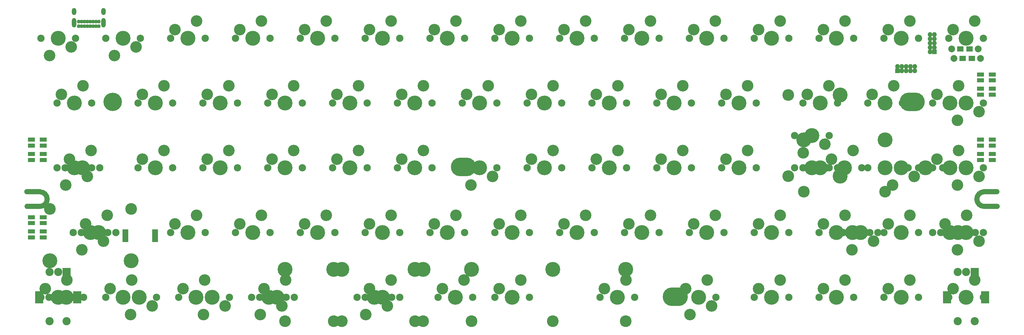
<source format=gts>
G04 #@! TF.GenerationSoftware,KiCad,Pcbnew,(5.1.6-0-10_14)*
G04 #@! TF.CreationDate,2020-09-14T20:19:33+09:00*
G04 #@! TF.ProjectId,Jones,4a6f6e65-732e-46b6-9963-61645f706362,v.0.2*
G04 #@! TF.SameCoordinates,Original*
G04 #@! TF.FileFunction,Soldermask,Top*
G04 #@! TF.FilePolarity,Negative*
%FSLAX46Y46*%
G04 Gerber Fmt 4.6, Leading zero omitted, Abs format (unit mm)*
G04 Created by KiCad (PCBNEW (5.1.6-0-10_14)) date 2020-09-14 20:19:33*
%MOMM*%
%LPD*%
G01*
G04 APERTURE LIST*
%ADD10C,1.500000*%
%ADD11C,3.400000*%
%ADD12C,4.387800*%
%ADD13C,2.150000*%
%ADD14C,1.400000*%
%ADD15C,5.400000*%
%ADD16O,7.400240X5.400000*%
%ADD17R,2.400000X2.400000*%
%ADD18C,2.400000*%
%ADD19R,2.400000X3.600000*%
%ADD20R,1.700000X3.800000*%
%ADD21C,1.100000*%
%ADD22O,1.300000X2.800000*%
%ADD23O,1.300000X2.100000*%
%ADD24C,3.448000*%
%ADD25R,1.400000X1.400000*%
%ADD26O,1.400000X1.400000*%
%ADD27R,1.900000X1.600000*%
%ADD28C,2.000000*%
%ADD29R,2.000000X1.250000*%
G04 APERTURE END LIST*
D10*
X22600000Y-76900000D02*
X26400000Y-76900000D01*
X22650000Y-81200000D02*
X26450000Y-81200000D01*
X307600000Y-81200000D02*
X303800000Y-81200000D01*
X307550000Y-76900000D02*
X303750000Y-76900000D01*
X301650000Y-79050000D02*
G75*
G03*
X303800000Y-81200000I2150000J0D01*
G01*
X301650000Y-79050000D02*
G75*
G02*
X303800000Y-76900000I2150000J0D01*
G01*
X28550000Y-79050000D02*
G75*
G02*
X26400000Y-81200000I-2150000J0D01*
G01*
X28550000Y-79050000D02*
G75*
G03*
X26400000Y-76900000I-2150000J0D01*
G01*
D11*
X120040000Y-64795200D03*
D12*
X117500000Y-69875200D03*
D11*
X113690000Y-67335200D03*
D13*
X112420000Y-69875200D03*
X122580000Y-69875200D03*
D14*
X305842035Y-76850000D03*
X305850000Y-81200000D03*
X302250000Y-80550000D03*
X303800000Y-76850000D03*
X303800000Y-81200000D03*
X301650000Y-79050000D03*
X302250000Y-77550000D03*
X27950000Y-80550000D03*
D15*
X47800000Y-50450000D03*
D16*
X150800000Y-69550000D03*
X213100000Y-107750000D03*
X282650000Y-50450000D03*
D14*
X47800000Y-48550000D03*
X45900000Y-50450000D03*
X49700000Y-50450000D03*
X47800000Y-52350000D03*
X46450000Y-49100000D03*
X49050000Y-49100000D03*
X46450000Y-51750000D03*
X49050000Y-51800000D03*
X282650000Y-48600000D03*
X282650000Y-52300000D03*
X283850000Y-52300000D03*
X281450000Y-52300000D03*
X281450000Y-48600000D03*
X283850000Y-48583000D03*
X213150000Y-105900000D03*
X213100000Y-109600000D03*
X214350000Y-105900000D03*
X211950000Y-105900000D03*
X211900000Y-109600000D03*
X214300000Y-109600000D03*
X150800000Y-67700000D03*
X152000000Y-67700000D03*
X149600000Y-67700000D03*
X150800000Y-71450000D03*
X149600000Y-71450000D03*
X152000000Y-71450000D03*
X28550000Y-79050000D03*
X26400000Y-76900000D03*
X26400000Y-81250000D03*
X27950000Y-77550000D03*
X24350000Y-76900000D03*
X24357965Y-81250000D03*
D13*
X65430000Y-50825120D03*
X55270000Y-50825120D03*
D11*
X56540000Y-48285120D03*
D12*
X60350000Y-50825120D03*
D11*
X62890000Y-45745120D03*
X62890000Y-64795200D03*
D12*
X60350000Y-69875200D03*
D11*
X56540000Y-67335200D03*
D13*
X55270000Y-69875200D03*
X65430000Y-69875200D03*
X179730640Y-69875200D03*
X169570640Y-69875200D03*
D11*
X170840640Y-67335200D03*
D12*
X174650640Y-69875200D03*
D11*
X177190640Y-64795200D03*
X39077500Y-45745120D03*
D12*
X36537500Y-50825120D03*
D11*
X32727500Y-48285120D03*
D13*
X31457500Y-50825120D03*
X41617500Y-50825120D03*
D17*
X300993580Y-100465550D03*
D18*
X298493580Y-100465550D03*
X295993580Y-100465550D03*
D19*
X304093580Y-107965550D03*
X292893580Y-107965550D03*
D18*
X300993580Y-114965550D03*
X295993580Y-114965550D03*
D13*
X45745000Y-31775040D03*
X55905000Y-31775040D03*
D11*
X54635000Y-34315040D03*
D12*
X50825000Y-31775040D03*
D11*
X48285000Y-36855040D03*
X29235000Y-36855040D03*
D12*
X31775000Y-31775040D03*
D11*
X35585000Y-34315040D03*
D13*
X36855000Y-31775040D03*
X26695000Y-31775040D03*
D11*
X72415000Y-83845280D03*
D12*
X69875000Y-88925280D03*
D11*
X66065000Y-86385280D03*
D13*
X64795000Y-88925280D03*
X74955000Y-88925280D03*
D11*
X72415000Y-26695040D03*
D12*
X69875000Y-31775040D03*
D11*
X66065000Y-29235040D03*
D13*
X64795000Y-31775040D03*
X74955000Y-31775040D03*
X84480000Y-50825120D03*
X74320000Y-50825120D03*
D11*
X75590000Y-48285120D03*
D12*
X79400000Y-50825120D03*
D11*
X81940000Y-45745120D03*
X81940000Y-64795200D03*
D12*
X79400000Y-69875200D03*
D11*
X75590000Y-67335200D03*
D13*
X74320000Y-69875200D03*
X84480000Y-69875200D03*
D11*
X91465000Y-83845280D03*
D12*
X88925000Y-88925280D03*
D11*
X85115000Y-86385280D03*
D13*
X83845000Y-88925280D03*
X94005000Y-88925280D03*
D11*
X91465000Y-26695040D03*
D12*
X88925000Y-31775040D03*
D11*
X85115000Y-29235040D03*
D13*
X83845000Y-31775040D03*
X94005000Y-31775040D03*
X103530000Y-50825120D03*
X93370000Y-50825120D03*
D11*
X94640000Y-48285120D03*
D12*
X98450000Y-50825120D03*
D11*
X100990000Y-45745120D03*
X100990000Y-64795200D03*
D12*
X98450000Y-69875200D03*
D11*
X94640000Y-67335200D03*
D13*
X93370000Y-69875200D03*
X103530000Y-69875200D03*
D11*
X110515000Y-83845280D03*
D12*
X107975000Y-88925280D03*
D11*
X104165000Y-86385280D03*
D13*
X102895000Y-88925280D03*
X113055000Y-88925280D03*
D11*
X110515000Y-26695040D03*
D12*
X107975000Y-31775040D03*
D11*
X104165000Y-29235040D03*
D13*
X102895000Y-31775040D03*
X113055000Y-31775040D03*
X122580000Y-50825120D03*
X112420000Y-50825120D03*
D11*
X113690000Y-48285120D03*
D12*
X117500000Y-50825120D03*
D11*
X120040000Y-45745120D03*
X129565000Y-83845280D03*
D12*
X127025000Y-88925280D03*
D11*
X123215000Y-86385280D03*
D13*
X121945000Y-88925280D03*
X132105000Y-88925280D03*
D11*
X129565000Y-26695040D03*
D12*
X127025000Y-31775040D03*
D11*
X123215000Y-29235040D03*
D13*
X121945000Y-31775040D03*
X132105000Y-31775040D03*
X141630000Y-50825120D03*
X131470000Y-50825120D03*
D11*
X132740000Y-48285120D03*
D12*
X136550000Y-50825120D03*
D11*
X139090000Y-45745120D03*
X139090000Y-64795200D03*
D12*
X136550000Y-69875200D03*
D11*
X132740000Y-67335200D03*
D13*
X131470000Y-69875200D03*
X141630000Y-69875200D03*
D11*
X148615000Y-83845280D03*
D12*
X146075000Y-88925280D03*
D11*
X142265000Y-86385280D03*
D13*
X140995000Y-88925280D03*
X151155000Y-88925280D03*
X151155000Y-31775040D03*
X140995000Y-31775040D03*
D11*
X142265000Y-29235040D03*
D12*
X146075000Y-31775040D03*
D11*
X148615000Y-26695040D03*
D13*
X217830800Y-50825160D03*
X207670800Y-50825160D03*
D11*
X208940800Y-48285160D03*
D12*
X212750800Y-50825160D03*
D11*
X215290800Y-45745160D03*
X215290800Y-64795240D03*
D12*
X212750800Y-69875240D03*
D11*
X208940800Y-67335240D03*
D13*
X207670800Y-69875240D03*
X217830800Y-69875240D03*
D11*
X224815840Y-83845320D03*
D12*
X222275840Y-88925320D03*
D11*
X218465840Y-86385320D03*
D13*
X217195840Y-88925320D03*
X227355840Y-88925320D03*
D11*
X281966080Y-26695080D03*
D12*
X279426080Y-31775080D03*
D11*
X275616080Y-29235080D03*
D13*
X274346080Y-31775080D03*
X284506080Y-31775080D03*
X236880880Y-50825160D03*
X226720880Y-50825160D03*
D11*
X227990880Y-48285160D03*
D12*
X231800880Y-50825160D03*
D11*
X234340880Y-45745160D03*
D13*
X236880880Y-69875240D03*
X226720880Y-69875240D03*
D11*
X227990880Y-67335240D03*
D12*
X231800880Y-69875240D03*
D11*
X234340880Y-64795240D03*
X243865920Y-83845320D03*
D12*
X241325920Y-88925320D03*
D11*
X237515920Y-86385320D03*
D13*
X236245920Y-88925320D03*
X246405920Y-88925320D03*
X303556160Y-31775080D03*
X293396160Y-31775080D03*
D11*
X294666160Y-29235080D03*
D12*
X298476160Y-31775080D03*
D11*
X301016160Y-26695080D03*
D13*
X160680560Y-50825120D03*
X150520560Y-50825120D03*
D11*
X151790560Y-48285120D03*
D12*
X155600560Y-50825120D03*
D11*
X158140560Y-45745120D03*
X167665600Y-83845280D03*
D12*
X165125600Y-88925280D03*
D11*
X161315600Y-86385280D03*
D13*
X160045600Y-88925280D03*
X170205600Y-88925280D03*
D11*
X167665600Y-26695080D03*
D12*
X165125600Y-31775080D03*
D11*
X161315600Y-29235080D03*
D13*
X160045600Y-31775080D03*
X170205600Y-31775080D03*
X179730640Y-50825160D03*
X169570640Y-50825160D03*
D11*
X170840640Y-48285160D03*
D12*
X174650640Y-50825160D03*
D11*
X177190640Y-45745160D03*
X186715680Y-83845280D03*
D12*
X184175680Y-88925280D03*
D11*
X180365680Y-86385280D03*
D13*
X179095680Y-88925280D03*
X189255680Y-88925280D03*
X189255680Y-31775040D03*
X179095680Y-31775040D03*
D11*
X180365680Y-29235040D03*
D12*
X184175680Y-31775040D03*
D11*
X186715680Y-26695040D03*
D13*
X198780720Y-50825160D03*
X188620720Y-50825160D03*
D11*
X189890720Y-48285160D03*
D12*
X193700720Y-50825160D03*
D11*
X196240720Y-45745160D03*
D13*
X198780720Y-69875240D03*
X188620720Y-69875240D03*
D11*
X189890720Y-67335240D03*
D12*
X193700720Y-69875240D03*
D11*
X196240720Y-64795240D03*
X205765760Y-26695040D03*
D12*
X203225760Y-31775040D03*
D11*
X199415760Y-29235040D03*
D13*
X198145760Y-31775040D03*
X208305760Y-31775040D03*
X227354840Y-31775040D03*
X217194840Y-31775040D03*
D11*
X218464840Y-29235040D03*
D12*
X222274840Y-31775040D03*
D11*
X224814840Y-26695040D03*
X243864840Y-26695040D03*
D12*
X241324840Y-31775040D03*
D11*
X237514840Y-29235040D03*
D13*
X236244840Y-31775040D03*
X246404840Y-31775040D03*
X265454840Y-31775040D03*
X255294840Y-31775040D03*
D11*
X256564840Y-29235040D03*
D12*
X260374840Y-31775040D03*
D11*
X262914840Y-26695040D03*
D13*
X284506080Y-88925320D03*
X274346080Y-88925320D03*
D11*
X275616080Y-86385320D03*
D12*
X279426080Y-88925320D03*
D11*
X281966080Y-83845320D03*
D13*
X293396160Y-88925320D03*
X303556160Y-88925320D03*
D11*
X302286160Y-91465320D03*
D12*
X298476160Y-88925320D03*
D11*
X295936160Y-94005320D03*
X281966080Y-102895360D03*
D12*
X279426080Y-107975360D03*
D11*
X275616080Y-105435360D03*
D13*
X274346080Y-107975360D03*
X284506080Y-107975360D03*
D11*
X205765760Y-83845320D03*
D12*
X203225760Y-88925320D03*
D11*
X199415760Y-86385320D03*
D13*
X198145760Y-88925320D03*
X208305760Y-88925320D03*
X31457500Y-69875200D03*
X41617500Y-69875200D03*
D11*
X40347500Y-72415200D03*
D12*
X36537500Y-69875200D03*
D11*
X33997500Y-74955200D03*
X258153480Y-45745160D03*
D12*
X255613480Y-50825160D03*
D11*
X251803480Y-48285160D03*
D13*
X250533480Y-50825160D03*
X260693480Y-50825160D03*
D11*
X262916000Y-102895360D03*
D12*
X260376000Y-107975360D03*
D11*
X256566000Y-105435360D03*
D13*
X255296000Y-107975360D03*
X265456000Y-107975360D03*
D20*
X51500000Y-89850040D03*
X60200000Y-89850040D03*
D13*
X298793640Y-50825160D03*
X288633640Y-50825160D03*
D11*
X289903640Y-48285160D03*
D12*
X293713640Y-50825160D03*
D11*
X296253640Y-45745160D03*
D17*
X34271347Y-100452828D03*
D18*
X31771347Y-100452828D03*
X29271347Y-100452828D03*
D19*
X37371347Y-107952828D03*
X26171347Y-107952828D03*
D18*
X34271347Y-114952828D03*
X29271347Y-114952828D03*
D21*
X37801552Y-28187233D03*
X38651552Y-28187233D03*
X39501552Y-28187233D03*
X40351552Y-28187233D03*
X41201552Y-28187233D03*
X42051552Y-28187233D03*
X42901552Y-28187233D03*
X43751552Y-28187233D03*
X38651552Y-26837233D03*
X40351552Y-26837233D03*
X39501552Y-26837233D03*
X37801552Y-26837233D03*
X42051552Y-26837233D03*
X42901552Y-26837233D03*
X43751552Y-26837233D03*
X41201552Y-26837233D03*
D22*
X36451552Y-27207233D03*
X45101552Y-27207233D03*
D23*
X36451552Y-23827233D03*
X45101552Y-23827233D03*
D13*
X298793640Y-69875240D03*
X288633640Y-69875240D03*
D11*
X289903640Y-67335240D03*
D12*
X293713640Y-69875240D03*
D11*
X296253640Y-64795240D03*
X277203560Y-45745160D03*
D12*
X274663560Y-50825160D03*
D11*
X270853560Y-48285160D03*
D13*
X269583560Y-50825160D03*
X279743560Y-50825160D03*
X293396160Y-50825160D03*
X303556160Y-50825160D03*
D11*
X302286160Y-53365160D03*
D12*
X298476160Y-50825160D03*
D11*
X295936160Y-55905160D03*
D13*
X293396160Y-69875240D03*
X303556160Y-69875240D03*
D11*
X302286160Y-72415240D03*
D12*
X298476160Y-69875240D03*
D11*
X295936160Y-74955240D03*
D13*
X101149060Y-107975400D03*
X90989060Y-107975400D03*
D11*
X92259060Y-105435400D03*
D12*
X96069060Y-107975400D03*
D11*
X98609060Y-102895400D03*
X41458820Y-64795240D03*
D12*
X38918820Y-69875240D03*
D11*
X35108820Y-67335240D03*
D13*
X33838820Y-69875240D03*
X43998820Y-69875240D03*
X250533480Y-69875240D03*
X260693480Y-69875240D03*
D12*
X255613480Y-69875240D03*
X293713640Y-88925320D03*
D13*
X298793640Y-88925320D03*
X288633640Y-88925320D03*
X281489860Y-69875240D03*
X291649860Y-69875240D03*
D12*
X286569860Y-69875240D03*
D13*
X71938980Y-107975400D03*
X82098980Y-107975400D03*
D11*
X80828980Y-110515400D03*
D12*
X77018980Y-107975400D03*
D11*
X74478980Y-113055400D03*
D13*
X50507640Y-107975400D03*
X60667640Y-107975400D03*
D11*
X59397640Y-110515400D03*
D12*
X55587640Y-107975400D03*
D11*
X53047640Y-113055400D03*
D13*
X77336460Y-107975400D03*
X67176460Y-107975400D03*
D11*
X68446460Y-105435400D03*
D12*
X72256460Y-107975400D03*
D11*
X74796460Y-102895400D03*
X46221340Y-83845320D03*
D12*
X43681340Y-88925320D03*
D11*
X39871340Y-86385320D03*
D13*
X38601340Y-88925320D03*
X48761340Y-88925320D03*
D11*
X243865920Y-102895400D03*
D12*
X241325920Y-107975400D03*
D11*
X237515920Y-105435400D03*
D13*
X236245920Y-107975400D03*
X246405920Y-107975400D03*
X88607800Y-107975400D03*
X98767800Y-107975400D03*
D11*
X97497800Y-110515400D03*
D12*
X93687800Y-107975400D03*
D11*
X91147800Y-113055400D03*
X198621980Y-102895400D03*
D12*
X196081980Y-107975400D03*
D11*
X192271980Y-105435400D03*
D13*
X191001980Y-107975400D03*
X201161980Y-107975400D03*
D11*
X222434580Y-102895400D03*
D12*
X219894580Y-107975400D03*
D11*
X216084580Y-105435400D03*
D13*
X214814580Y-107975400D03*
X224974580Y-107975400D03*
X270218520Y-88925320D03*
X260058520Y-88925320D03*
D12*
X265138520Y-88925320D03*
D11*
X264979780Y-94005320D03*
D12*
X267519780Y-88925320D03*
D11*
X271329780Y-91465320D03*
D13*
X272599780Y-88925320D03*
X262439780Y-88925320D03*
D11*
X262916000Y-83845320D03*
D12*
X260376000Y-88925320D03*
D11*
X256566000Y-86385320D03*
D13*
X255296000Y-88925320D03*
X265456000Y-88925320D03*
D11*
X167665600Y-102895400D03*
D12*
X165125600Y-107975400D03*
D11*
X161315600Y-105435400D03*
D13*
X160045600Y-107975400D03*
X170205600Y-107975400D03*
D24*
X177063600Y-114960400D03*
X153187600Y-114960400D03*
D12*
X177063600Y-99720400D03*
X153187600Y-99720400D03*
D11*
X150996780Y-102895400D03*
D12*
X148456780Y-107975400D03*
D11*
X144646780Y-105435400D03*
D13*
X143376780Y-107975400D03*
X153536780Y-107975400D03*
D24*
X198456680Y-114960400D03*
X98456880Y-114960400D03*
D12*
X198456680Y-99720400D03*
X98456880Y-99720400D03*
D11*
X53365120Y-102895400D03*
D12*
X50825120Y-107975400D03*
D11*
X47015120Y-105435400D03*
D13*
X45745120Y-107975400D03*
X55905120Y-107975400D03*
D11*
X38760080Y-94005320D03*
D12*
X41300080Y-88925320D03*
D11*
X45110080Y-91465320D03*
D13*
X46380080Y-88925320D03*
X36220080Y-88925320D03*
D24*
X29362080Y-81940320D03*
X53238080Y-81940320D03*
D12*
X29362080Y-97180320D03*
X53238080Y-97180320D03*
D13*
X29076300Y-107975400D03*
X39236300Y-107975400D03*
D12*
X34156300Y-107975400D03*
D11*
X122104180Y-113055400D03*
D12*
X124644180Y-107975400D03*
D11*
X128454180Y-110515400D03*
D13*
X129724180Y-107975400D03*
X119564180Y-107975400D03*
D24*
X112706180Y-114960400D03*
X136582180Y-114960400D03*
D12*
X112706180Y-99720400D03*
X136582180Y-99720400D03*
D11*
X129565440Y-102895400D03*
D12*
X127025440Y-107975400D03*
D11*
X123215440Y-105435400D03*
D13*
X121945440Y-107975400D03*
X132105440Y-107975400D03*
D24*
X138963440Y-114960400D03*
X115087440Y-114960400D03*
D12*
X138963440Y-99720400D03*
X115087440Y-99720400D03*
D11*
X250692220Y-65430200D03*
D12*
X253232220Y-60350200D03*
D11*
X257042220Y-62890200D03*
D13*
X258312220Y-60350200D03*
X248152220Y-60350200D03*
D11*
X153060560Y-74955240D03*
D12*
X155600560Y-69875240D03*
D11*
X159410560Y-72415240D03*
D13*
X160680560Y-69875240D03*
X150520560Y-69875240D03*
X160680560Y-69875240D03*
X150520560Y-69875240D03*
D12*
X155600560Y-69875240D03*
D11*
X265297260Y-64795240D03*
D12*
X262757260Y-69875240D03*
D11*
X258947260Y-67335240D03*
D13*
X257677260Y-69875240D03*
X267837260Y-69875240D03*
D24*
X274695260Y-76860240D03*
X250819260Y-76860240D03*
D12*
X274695260Y-61620240D03*
X250819260Y-61620240D03*
D11*
X298634900Y-83845320D03*
D12*
X296094900Y-88925320D03*
D11*
X292284900Y-86385320D03*
D13*
X291014900Y-88925320D03*
X301174900Y-88925320D03*
D11*
X217354580Y-113055400D03*
D12*
X219894580Y-107975400D03*
D11*
X223704580Y-110515400D03*
D13*
X224974580Y-107975400D03*
X214814580Y-107975400D03*
D12*
X274663560Y-69875240D03*
D13*
X269583560Y-69875240D03*
X279743560Y-69875240D03*
D11*
X276886080Y-74955240D03*
D12*
X279426080Y-69875240D03*
D11*
X283236080Y-72415240D03*
D13*
X284506080Y-69875240D03*
X274346080Y-69875240D03*
X248152220Y-69875240D03*
X258312220Y-69875240D03*
D12*
X253232220Y-69875240D03*
D24*
X246247220Y-48412200D03*
X246247220Y-72288200D03*
D12*
X261487220Y-48412200D03*
X261487220Y-72288200D03*
D25*
X278350000Y-41350040D03*
D26*
X278350000Y-40080040D03*
X279620000Y-41350040D03*
X279620000Y-40080040D03*
X280890000Y-41350040D03*
X280890000Y-40080040D03*
X282160000Y-41350040D03*
X282160000Y-40080040D03*
X283430000Y-41350040D03*
X283430000Y-40080040D03*
X287880000Y-30670040D03*
X289150000Y-30670040D03*
X287880000Y-31940040D03*
X289150000Y-31940040D03*
X287880000Y-33210040D03*
X289150000Y-33210040D03*
X287880000Y-34480040D03*
X289150000Y-34480040D03*
X287880000Y-35750040D03*
D25*
X289150000Y-35750040D03*
D27*
X297500000Y-37650040D03*
X300200000Y-37650040D03*
D28*
X294950000Y-37650040D03*
X302750000Y-37650040D03*
X302050000Y-34850040D03*
X294250000Y-34850040D03*
D27*
X299500000Y-34850040D03*
X296800000Y-34850040D03*
D13*
X55905000Y-31775040D03*
X45745000Y-31775040D03*
D12*
X50825000Y-31775040D03*
X31775040Y-31775080D03*
D13*
X26695040Y-31775080D03*
X36855040Y-31775080D03*
D29*
X27400000Y-63325040D03*
X27400000Y-61575040D03*
X23900000Y-63325040D03*
X23900000Y-61575040D03*
X23900000Y-65775040D03*
X23900000Y-67525040D03*
X27400000Y-65775040D03*
X27400000Y-67525040D03*
X27400000Y-86125040D03*
X27400000Y-84375040D03*
X23900000Y-86125040D03*
X23900000Y-84375040D03*
X23900000Y-88575040D03*
X23900000Y-90325040D03*
X27400000Y-88575040D03*
X27400000Y-90325040D03*
X306200000Y-44125040D03*
X306200000Y-42375040D03*
X302700000Y-44125040D03*
X302700000Y-42375040D03*
X302700000Y-46575040D03*
X302700000Y-48325040D03*
X306200000Y-46575040D03*
X306200000Y-48325040D03*
X302700000Y-61575040D03*
X302700000Y-63325040D03*
X306200000Y-61575040D03*
X306200000Y-63325040D03*
X306200000Y-67525040D03*
X306200000Y-65775040D03*
X302700000Y-67525040D03*
X302700000Y-65775040D03*
D11*
X301016160Y-102895400D03*
D12*
X298476160Y-107975400D03*
D11*
X294666160Y-105435400D03*
D13*
X293396160Y-107975400D03*
X303556160Y-107975400D03*
D11*
X34315040Y-102895400D03*
D12*
X31775040Y-107975400D03*
D11*
X27965040Y-105435400D03*
D13*
X26695040Y-107975400D03*
X36855040Y-107975400D03*
M02*

</source>
